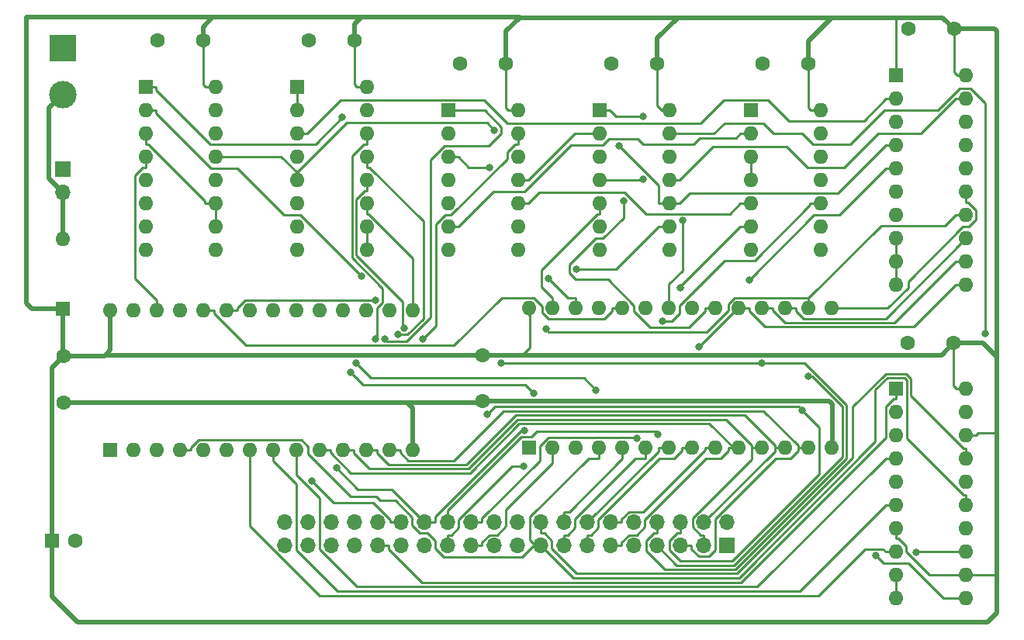
<source format=gbr>
%TF.GenerationSoftware,KiCad,Pcbnew,8.0.2*%
%TF.CreationDate,2024-08-03T14:36:33+02:00*%
%TF.ProjectId,p2000t-ram-expansion-board,70323030-3074-42d7-9261-6d2d65787061,4*%
%TF.SameCoordinates,Original*%
%TF.FileFunction,Copper,L2,Bot*%
%TF.FilePolarity,Positive*%
%FSLAX46Y46*%
G04 Gerber Fmt 4.6, Leading zero omitted, Abs format (unit mm)*
G04 Created by KiCad (PCBNEW 8.0.2) date 2024-08-03 14:36:33*
%MOMM*%
%LPD*%
G01*
G04 APERTURE LIST*
%TA.AperFunction,ComponentPad*%
%ADD10C,1.600000*%
%TD*%
%TA.AperFunction,ComponentPad*%
%ADD11R,1.600000X1.600000*%
%TD*%
%TA.AperFunction,ComponentPad*%
%ADD12O,1.600000X1.600000*%
%TD*%
%TA.AperFunction,ComponentPad*%
%ADD13R,1.700000X1.700000*%
%TD*%
%TA.AperFunction,ComponentPad*%
%ADD14O,1.700000X1.700000*%
%TD*%
%TA.AperFunction,ComponentPad*%
%ADD15R,3.000000X3.000000*%
%TD*%
%TA.AperFunction,ComponentPad*%
%ADD16C,3.000000*%
%TD*%
%TA.AperFunction,ViaPad*%
%ADD17C,0.800000*%
%TD*%
%TA.AperFunction,Conductor*%
%ADD18C,0.250000*%
%TD*%
%TA.AperFunction,Conductor*%
%ADD19C,0.500000*%
%TD*%
G04 APERTURE END LIST*
D10*
%TO.P,C1,1*%
%TO.N,+5V*%
X91440000Y-27940000D03*
%TO.P,C1,2*%
%TO.N,GND*%
X86440000Y-27940000D03*
%TD*%
D11*
%TO.P,U5,1,G*%
%TO.N,~{IORQ}*%
X117485000Y-63373000D03*
D12*
%TO.P,U5,2,P0*%
%TO.N,A0*%
X117485000Y-65913000D03*
%TO.P,U5,3,R0*%
%TO.N,GND*%
X117485000Y-68453000D03*
%TO.P,U5,4,P1*%
%TO.N,A1*%
X117485000Y-70993000D03*
%TO.P,U5,5,R1*%
%TO.N,GND*%
X117485000Y-73533000D03*
%TO.P,U5,6,P2*%
%TO.N,A2*%
X117485000Y-76073000D03*
%TO.P,U5,7,R2*%
%TO.N,+5V*%
X117485000Y-78613000D03*
%TO.P,U5,8,P3*%
%TO.N,A3*%
X117485000Y-81153000D03*
%TO.P,U5,9,R3*%
%TO.N,GND*%
X117485000Y-83693000D03*
%TO.P,U5,10,GND*%
X117485000Y-86233000D03*
%TO.P,U5,11,P4*%
%TO.N,A4*%
X125105000Y-86233000D03*
%TO.P,U5,12,R4*%
%TO.N,+5V*%
X125105000Y-83693000D03*
%TO.P,U5,13,P5*%
%TO.N,A5*%
X125105000Y-81153000D03*
%TO.P,U5,14,R5*%
%TO.N,GND*%
X125105000Y-78613000D03*
%TO.P,U5,15,P6*%
%TO.N,A6*%
X125105000Y-76073000D03*
%TO.P,U5,16,R6*%
%TO.N,GND*%
X125105000Y-73533000D03*
%TO.P,U5,17,P7*%
%TO.N,A7*%
X125105000Y-70993000D03*
%TO.P,U5,18,R7*%
%TO.N,+5V*%
X125105000Y-68453000D03*
%TO.P,U5,19,P=R*%
%TO.N,~{P=Q}*%
X125105000Y-65913000D03*
%TO.P,U5,20,VCC*%
%TO.N,+5V*%
X125105000Y-63373000D03*
%TD*%
D10*
%TO.P,C9,1*%
%TO.N,+5V*%
X74930000Y-27940000D03*
%TO.P,C9,2*%
%TO.N,GND*%
X69930000Y-27940000D03*
%TD*%
D11*
%TO.P,D1,1,K*%
%TO.N,+5V*%
X26520000Y-54620000D03*
D12*
%TO.P,D1,2,A*%
%TO.N,VCC*%
X26520000Y-47000000D03*
%TD*%
D10*
%TO.P,C5,1*%
%TO.N,+5V*%
X58420000Y-25400000D03*
%TO.P,C5,2*%
%TO.N,GND*%
X53420000Y-25400000D03*
%TD*%
%TO.P,C10,1*%
%TO.N,+5V*%
X123825000Y-24130000D03*
%TO.P,C10,2*%
%TO.N,GND*%
X118825000Y-24130000D03*
%TD*%
%TO.P,C6,1*%
%TO.N,+5V*%
X72390000Y-59730000D03*
%TO.P,C6,2*%
%TO.N,GND*%
X72390000Y-64730000D03*
%TD*%
D11*
%TO.P,U9,1,S*%
%TO.N,EO*%
X35570000Y-30470000D03*
D12*
%TO.P,U9,2,I0a*%
%TO.N,A13*%
X35570000Y-33010000D03*
%TO.P,U9,3,I1a*%
%TO.N,S0*%
X35570000Y-35550000D03*
%TO.P,U9,4,Za*%
%TO.N,A13_1*%
X35570000Y-38090000D03*
%TO.P,U9,5,I0b*%
%TO.N,GND*%
X35570000Y-40630000D03*
%TO.P,U9,6,I1b*%
%TO.N,+5V*%
X35570000Y-43170000D03*
%TO.P,U9,7,Zb*%
%TO.N,A14_1*%
X35570000Y-45710000D03*
%TO.P,U9,8,GND*%
%TO.N,GND*%
X35570000Y-48250000D03*
%TO.P,U9,9,Zc*%
%TO.N,A13_2*%
X43190000Y-48250000D03*
%TO.P,U9,10,I1c*%
%TO.N,S0*%
X43190000Y-45710000D03*
%TO.P,U9,11,I0c*%
X43190000Y-43170000D03*
%TO.P,U9,12,Zd*%
%TO.N,A14_2*%
X43190000Y-40630000D03*
%TO.P,U9,13,I1d*%
%TO.N,S2*%
X43190000Y-38090000D03*
%TO.P,U9,14,I0d*%
X43190000Y-35550000D03*
%TO.P,U9,15,E*%
%TO.N,GND*%
X43190000Y-33010000D03*
%TO.P,U9,16,VCC*%
%TO.N,+5V*%
X43190000Y-30470000D03*
%TD*%
D11*
%TO.P,U1,1*%
%TO.N,~{RES}*%
X68590000Y-33020000D03*
D12*
%TO.P,U1,2*%
%TO.N,RES*%
X68590000Y-35560000D03*
%TO.P,U1,3*%
%TO.N,Net-(U1-Pad3)*%
X68590000Y-38100000D03*
%TO.P,U1,4*%
%TO.N,Net-(U1-Pad4)*%
X68590000Y-40640000D03*
%TO.P,U1,5*%
%TO.N,Net-(U1-Pad5)*%
X68590000Y-43180000D03*
%TO.P,U1,6*%
%TO.N,EO*%
X68590000Y-45720000D03*
%TO.P,U1,7,GND*%
%TO.N,GND*%
X68590000Y-48260000D03*
%TO.P,U1,8*%
%TO.N,unconnected-(U1-Pad8)*%
X76210000Y-48260000D03*
%TO.P,U1,9*%
%TO.N,GND*%
X76210000Y-45720000D03*
%TO.P,U1,10*%
%TO.N,Net-(U1-Pad10)*%
X76210000Y-43180000D03*
%TO.P,U1,11*%
%TO.N,~{REN}*%
X76210000Y-40640000D03*
%TO.P,U1,12*%
%TO.N,Net-(U1-Pad12)*%
X76210000Y-38100000D03*
%TO.P,U1,13*%
%TO.N,~{MRQ}*%
X76210000Y-35560000D03*
%TO.P,U1,14,VCC*%
%TO.N,+5V*%
X76210000Y-33020000D03*
%TD*%
D10*
%TO.P,C7,1*%
%TO.N,+5V*%
X26670000Y-59868000D03*
%TO.P,C7,2*%
%TO.N,GND*%
X26670000Y-64868000D03*
%TD*%
D11*
%TO.P,U8,1,A->B*%
%TO.N,+5V*%
X117485000Y-29215000D03*
D12*
%TO.P,U8,2,A0*%
%TO.N,S0*%
X117485000Y-31755000D03*
%TO.P,U8,3,A1*%
%TO.N,S1*%
X117485000Y-34295000D03*
%TO.P,U8,4,A2*%
%TO.N,S2*%
X117485000Y-36835000D03*
%TO.P,U8,5,A3*%
%TO.N,S3*%
X117485000Y-39375000D03*
%TO.P,U8,6,A4*%
%TO.N,GND*%
X117485000Y-41915000D03*
%TO.P,U8,7,A5*%
X117485000Y-44455000D03*
%TO.P,U8,8,A6*%
X117485000Y-46995000D03*
%TO.P,U8,9,A7*%
X117485000Y-49535000D03*
%TO.P,U8,10,GND*%
X117485000Y-52075000D03*
%TO.P,U8,11,B7*%
%TO.N,D7*%
X125105000Y-52075000D03*
%TO.P,U8,12,B6*%
%TO.N,D6*%
X125105000Y-49535000D03*
%TO.P,U8,13,B5*%
%TO.N,D5*%
X125105000Y-46995000D03*
%TO.P,U8,14,B4*%
%TO.N,D4*%
X125105000Y-44455000D03*
%TO.P,U8,15,B3*%
%TO.N,D3*%
X125105000Y-41915000D03*
%TO.P,U8,16,B2*%
%TO.N,D2*%
X125105000Y-39375000D03*
%TO.P,U8,17,B1*%
%TO.N,D1*%
X125105000Y-36835000D03*
%TO.P,U8,18,B0*%
%TO.N,D0*%
X125105000Y-34295000D03*
%TO.P,U8,19,CE*%
%TO.N,Net-(U6-Pad11)*%
X125105000Y-31755000D03*
%TO.P,U8,20,VCC*%
%TO.N,+5V*%
X125105000Y-29215000D03*
%TD*%
D11*
%TO.P,C3,1*%
%TO.N,+5V*%
X25400000Y-80010000D03*
D10*
%TO.P,C3,2*%
%TO.N,GND*%
X27900000Y-80010000D03*
%TD*%
%TO.P,C4,1*%
%TO.N,+5V*%
X107910000Y-27940000D03*
%TO.P,C4,2*%
%TO.N,GND*%
X102910000Y-27940000D03*
%TD*%
%TO.P,C2,1*%
%TO.N,+5V*%
X41870000Y-25400000D03*
%TO.P,C2,2*%
%TO.N,GND*%
X36870000Y-25400000D03*
%TD*%
D11*
%TO.P,U4,1,A14*%
%TO.N,A14_2*%
X77470000Y-69850000D03*
D12*
%TO.P,U4,2,A12*%
%TO.N,A12*%
X80010000Y-69850000D03*
%TO.P,U4,3,A7*%
%TO.N,A7*%
X82550000Y-69850000D03*
%TO.P,U4,4,A6*%
%TO.N,A6*%
X85090000Y-69850000D03*
%TO.P,U4,5,A5*%
%TO.N,A5*%
X87630000Y-69850000D03*
%TO.P,U4,6,A4*%
%TO.N,A4*%
X90170000Y-69850000D03*
%TO.P,U4,7,A3*%
%TO.N,A3*%
X92710000Y-69850000D03*
%TO.P,U4,8,A2*%
%TO.N,A2*%
X95250000Y-69850000D03*
%TO.P,U4,9,A1*%
%TO.N,A1*%
X97790000Y-69850000D03*
%TO.P,U4,10,A0*%
%TO.N,A0*%
X100330000Y-69850000D03*
%TO.P,U4,11,Q0*%
%TO.N,D0*%
X102870000Y-69850000D03*
%TO.P,U4,12,Q1*%
%TO.N,D1*%
X105410000Y-69850000D03*
%TO.P,U4,13,Q2*%
%TO.N,D2*%
X107950000Y-69850000D03*
%TO.P,U4,14,GND*%
%TO.N,GND*%
X110490000Y-69850000D03*
%TO.P,U4,15,Q3*%
%TO.N,D3*%
X110490000Y-54610000D03*
%TO.P,U4,16,Q4*%
%TO.N,D4*%
X107950000Y-54610000D03*
%TO.P,U4,17,Q5*%
%TO.N,D5*%
X105410000Y-54610000D03*
%TO.P,U4,18,Q6*%
%TO.N,D6*%
X102870000Y-54610000D03*
%TO.P,U4,19,Q7*%
%TO.N,D7*%
X100330000Y-54610000D03*
%TO.P,U4,20,~{CS}*%
%TO.N,~{CS2}*%
X97790000Y-54610000D03*
%TO.P,U4,21,A10*%
%TO.N,A10*%
X95250000Y-54610000D03*
%TO.P,U4,22,~{OE}*%
%TO.N,~{RD}*%
X92710000Y-54610000D03*
%TO.P,U4,23,A11*%
%TO.N,A11*%
X90170000Y-54610000D03*
%TO.P,U4,24,A9*%
%TO.N,A9*%
X87630000Y-54610000D03*
%TO.P,U4,25,A8*%
%TO.N,A8*%
X85090000Y-54610000D03*
%TO.P,U4,26,A13*%
%TO.N,A13_2*%
X82550000Y-54610000D03*
%TO.P,U4,27,~{WE}*%
%TO.N,~{WR}*%
X80010000Y-54610000D03*
%TO.P,U4,28,VCC*%
%TO.N,+5V*%
X77470000Y-54610000D03*
%TD*%
D13*
%TO.P,J2,1,Pin_1*%
%TO.N,GND*%
X26520000Y-39380000D03*
D14*
%TO.P,J2,2,Pin_2*%
%TO.N,VCC*%
X26520000Y-41920000D03*
%TD*%
D11*
%TO.P,U6,1*%
%TO.N,Net-(U3-Pad3)*%
X85100000Y-33015000D03*
D12*
%TO.P,U6,2*%
%TO.N,~{REN}*%
X85100000Y-35555000D03*
%TO.P,U6,3*%
%TO.N,~{CS2}*%
X85100000Y-38095000D03*
%TO.P,U6,4*%
%TO.N,~{P=Q}*%
X85100000Y-40635000D03*
%TO.P,U6,5*%
%TO.N,~{WR}*%
X85100000Y-43175000D03*
%TO.P,U6,6*%
%TO.N,Net-(U1-Pad3)*%
X85100000Y-45715000D03*
%TO.P,U6,7,GND*%
%TO.N,GND*%
X85100000Y-48255000D03*
%TO.P,U6,8*%
%TO.N,Net-(U3-Pad1)*%
X92720000Y-48255000D03*
%TO.P,U6,9*%
%TO.N,S1*%
X92720000Y-45715000D03*
%TO.P,U6,10*%
%TO.N,S2*%
X92720000Y-43175000D03*
%TO.P,U6,11*%
%TO.N,Net-(U6-Pad11)*%
X92720000Y-40635000D03*
%TO.P,U6,12*%
%TO.N,~{RD}*%
X92720000Y-38095000D03*
%TO.P,U6,13*%
%TO.N,~{P=Q}*%
X92720000Y-35555000D03*
%TO.P,U6,14,VCC*%
%TO.N,+5V*%
X92720000Y-33015000D03*
%TD*%
D11*
%TO.P,U7,1,Oe1*%
%TO.N,GND*%
X52080000Y-30470000D03*
D12*
%TO.P,U7,2,Oe2*%
X52080000Y-33010000D03*
%TO.P,U7,3,Q0*%
%TO.N,S0*%
X52080000Y-35550000D03*
%TO.P,U7,4,Q1*%
%TO.N,S1*%
X52080000Y-38090000D03*
%TO.P,U7,5,Q2*%
%TO.N,S2*%
X52080000Y-40630000D03*
%TO.P,U7,6,Q3*%
%TO.N,S3*%
X52080000Y-43170000D03*
%TO.P,U7,7,Cp*%
%TO.N,Net-(U1-Pad4)*%
X52080000Y-45710000D03*
%TO.P,U7,8,GND*%
%TO.N,GND*%
X52080000Y-48250000D03*
%TO.P,U7,9,E1*%
X59700000Y-48250000D03*
%TO.P,U7,10,E2*%
X59700000Y-45710000D03*
%TO.P,U7,11,D3*%
%TO.N,D3*%
X59700000Y-43170000D03*
%TO.P,U7,12,D2*%
%TO.N,D2*%
X59700000Y-40630000D03*
%TO.P,U7,13,D1*%
%TO.N,D1*%
X59700000Y-38090000D03*
%TO.P,U7,14,D0*%
%TO.N,D0*%
X59700000Y-35550000D03*
%TO.P,U7,15,Mr*%
%TO.N,RES*%
X59700000Y-33010000D03*
%TO.P,U7,16,VCC*%
%TO.N,+5V*%
X59700000Y-30470000D03*
%TD*%
D10*
%TO.P,C8,1*%
%TO.N,+5V*%
X123785000Y-58420000D03*
%TO.P,C8,2*%
%TO.N,GND*%
X118785000Y-58420000D03*
%TD*%
D11*
%TO.P,U2,1,A14*%
%TO.N,A14_1*%
X31750000Y-70104000D03*
D12*
%TO.P,U2,2,A12*%
%TO.N,A12*%
X34290000Y-70104000D03*
%TO.P,U2,3,A7*%
%TO.N,A7*%
X36830000Y-70104000D03*
%TO.P,U2,4,A6*%
%TO.N,A6*%
X39370000Y-70104000D03*
%TO.P,U2,5,A5*%
%TO.N,A5*%
X41910000Y-70104000D03*
%TO.P,U2,6,A4*%
%TO.N,A4*%
X44450000Y-70104000D03*
%TO.P,U2,7,A3*%
%TO.N,A3*%
X46990000Y-70104000D03*
%TO.P,U2,8,A2*%
%TO.N,A2*%
X49530000Y-70104000D03*
%TO.P,U2,9,A1*%
%TO.N,A1*%
X52070000Y-70104000D03*
%TO.P,U2,10,A0*%
%TO.N,A0*%
X54610000Y-70104000D03*
%TO.P,U2,11,Q0*%
%TO.N,D0*%
X57150000Y-70104000D03*
%TO.P,U2,12,Q1*%
%TO.N,D1*%
X59690000Y-70104000D03*
%TO.P,U2,13,Q2*%
%TO.N,D2*%
X62230000Y-70104000D03*
%TO.P,U2,14,GND*%
%TO.N,GND*%
X64770000Y-70104000D03*
%TO.P,U2,15,Q3*%
%TO.N,D3*%
X64770000Y-54864000D03*
%TO.P,U2,16,Q4*%
%TO.N,D4*%
X62230000Y-54864000D03*
%TO.P,U2,17,Q5*%
%TO.N,D5*%
X59690000Y-54864000D03*
%TO.P,U2,18,Q6*%
%TO.N,D6*%
X57150000Y-54864000D03*
%TO.P,U2,19,Q7*%
%TO.N,D7*%
X54610000Y-54864000D03*
%TO.P,U2,20,~{CS}*%
%TO.N,~{CS1}*%
X52070000Y-54864000D03*
%TO.P,U2,21,A10*%
%TO.N,A10*%
X49530000Y-54864000D03*
%TO.P,U2,22,~{OE}*%
%TO.N,~{RD}*%
X46990000Y-54864000D03*
%TO.P,U2,23,A11*%
%TO.N,A11*%
X44450000Y-54864000D03*
%TO.P,U2,24,A9*%
%TO.N,A9*%
X41910000Y-54864000D03*
%TO.P,U2,25,A8*%
%TO.N,A8*%
X39370000Y-54864000D03*
%TO.P,U2,26,A13*%
%TO.N,A13_1*%
X36830000Y-54864000D03*
%TO.P,U2,27,~{WE}*%
%TO.N,~{WR}*%
X34290000Y-54864000D03*
%TO.P,U2,28,VCC*%
%TO.N,+5V*%
X31750000Y-54864000D03*
%TD*%
D15*
%TO.P,J3,1,Pin_1*%
%TO.N,GND*%
X26520000Y-26172000D03*
D16*
%TO.P,J3,2,Pin_2*%
%TO.N,VCC*%
X26520000Y-31252000D03*
%TD*%
D11*
%TO.P,U3,1*%
%TO.N,Net-(U3-Pad1)*%
X101610000Y-33015000D03*
D12*
%TO.P,U3,2*%
%TO.N,EO*%
X101610000Y-35555000D03*
%TO.P,U3,3*%
%TO.N,Net-(U3-Pad3)*%
X101610000Y-38095000D03*
%TO.P,U3,4*%
X101610000Y-40635000D03*
%TO.P,U3,5*%
%TO.N,Net-(U1-Pad10)*%
X101610000Y-43175000D03*
%TO.P,U3,6*%
%TO.N,~{CS1}*%
X101610000Y-45715000D03*
%TO.P,U3,7,GND*%
%TO.N,GND*%
X101610000Y-48255000D03*
%TO.P,U3,8*%
%TO.N,Net-(U1-Pad5)*%
X109230000Y-48255000D03*
%TO.P,U3,9*%
%TO.N,A13*%
X109230000Y-45715000D03*
%TO.P,U3,10*%
%TO.N,A14*%
X109230000Y-43175000D03*
%TO.P,U3,11*%
%TO.N,~{REN}*%
X109230000Y-40635000D03*
%TO.P,U3,12*%
%TO.N,Net-(U1-Pad12)*%
X109230000Y-38095000D03*
%TO.P,U3,13*%
%TO.N,RAMS2*%
X109230000Y-35555000D03*
%TO.P,U3,14,VCC*%
%TO.N,+5V*%
X109230000Y-33015000D03*
%TD*%
D13*
%TO.P,J1,1,Pin_1*%
%TO.N,GND*%
X99055000Y-80518000D03*
D14*
%TO.P,J1,2,Pin_2*%
%TO.N,unconnected-(J1-Pad2)*%
X99055000Y-77978000D03*
%TO.P,J1,3,Pin_3*%
%TO.N,D0*%
X96515000Y-80518000D03*
%TO.P,J1,4,Pin_4*%
%TO.N,D1*%
X96515000Y-77978000D03*
%TO.P,J1,5,Pin_5*%
%TO.N,D2*%
X93975000Y-80518000D03*
%TO.P,J1,6,Pin_6*%
%TO.N,D3*%
X93975000Y-77978000D03*
%TO.P,J1,7,Pin_7*%
%TO.N,D4*%
X91435000Y-80518000D03*
%TO.P,J1,8,Pin_8*%
%TO.N,D5*%
X91435000Y-77978000D03*
%TO.P,J1,9,Pin_9*%
%TO.N,D6*%
X88895000Y-80518000D03*
%TO.P,J1,10,Pin_10*%
%TO.N,D7*%
X88895000Y-77978000D03*
%TO.P,J1,11,Pin_11*%
%TO.N,A0*%
X86355000Y-80518000D03*
%TO.P,J1,12,Pin_12*%
%TO.N,A1*%
X86355000Y-77978000D03*
%TO.P,J1,13,Pin_13*%
%TO.N,A2*%
X83815000Y-80518000D03*
%TO.P,J1,14,Pin_14*%
%TO.N,A3*%
X83815000Y-77978000D03*
%TO.P,J1,15,Pin_15*%
%TO.N,A4*%
X81275000Y-80518000D03*
%TO.P,J1,16,Pin_16*%
%TO.N,A5*%
X81275000Y-77978000D03*
%TO.P,J1,17,Pin_17*%
%TO.N,A6*%
X78735000Y-80518000D03*
%TO.P,J1,18,Pin_18*%
%TO.N,A7*%
X78735000Y-77978000D03*
%TO.P,J1,19,Pin_19*%
%TO.N,A8*%
X76195000Y-80518000D03*
%TO.P,J1,20,Pin_20*%
%TO.N,A9*%
X76195000Y-77978000D03*
%TO.P,J1,21,Pin_21*%
%TO.N,A10*%
X73655000Y-80518000D03*
%TO.P,J1,22,Pin_22*%
%TO.N,A11*%
X73655000Y-77978000D03*
%TO.P,J1,23,Pin_23*%
%TO.N,A12*%
X71115000Y-80518000D03*
%TO.P,J1,24,Pin_24*%
%TO.N,A13*%
X71115000Y-77978000D03*
%TO.P,J1,25,Pin_25*%
%TO.N,A14*%
X68575000Y-80518000D03*
%TO.P,J1,26,Pin_26*%
%TO.N,RAMS2*%
X68575000Y-77978000D03*
%TO.P,J1,27,Pin_27*%
%TO.N,~{MRQ}*%
X66035000Y-80518000D03*
%TO.P,J1,28,Pin_28*%
%TO.N,~{RD}*%
X66035000Y-77978000D03*
%TO.P,J1,29,Pin_29*%
%TO.N,unconnected-(J1-Pad29)*%
X63495000Y-80518000D03*
%TO.P,J1,30,Pin_30*%
%TO.N,~{WR}*%
X63495000Y-77978000D03*
%TO.P,J1,31,Pin_31*%
%TO.N,~{IORQ}*%
X60955000Y-80518000D03*
%TO.P,J1,32,Pin_32*%
%TO.N,unconnected-(J1-Pad32)*%
X60955000Y-77978000D03*
%TO.P,J1,33,Pin_33*%
%TO.N,unconnected-(J1-Pad33)*%
X58415000Y-80518000D03*
%TO.P,J1,34,Pin_34*%
%TO.N,~{RES}*%
X58415000Y-77978000D03*
%TO.P,J1,35,Pin_35*%
%TO.N,unconnected-(J1-Pad35)*%
X55875000Y-80518000D03*
%TO.P,J1,36,Pin_36*%
%TO.N,unconnected-(J1-Pad36)*%
X55875000Y-77978000D03*
%TO.P,J1,37,Pin_37*%
%TO.N,unconnected-(J1-Pad37)*%
X53335000Y-80518000D03*
%TO.P,J1,38,Pin_38*%
%TO.N,unconnected-(J1-Pad38)*%
X53335000Y-77978000D03*
%TO.P,J1,39,Pin_39*%
%TO.N,unconnected-(J1-Pad39)*%
X50795000Y-80518000D03*
%TO.P,J1,40,Pin_40*%
%TO.N,unconnected-(J1-Pad40)*%
X50795000Y-77978000D03*
%TD*%
D17*
%TO.N,D0*%
X60699800Y-57926300D03*
%TO.N,D1*%
X63119600Y-57483600D03*
%TO.N,D2*%
X63845000Y-56755700D03*
%TO.N,D3*%
X72901800Y-66138100D03*
X107225300Y-65719800D03*
%TO.N,D4*%
X107950000Y-62037700D03*
X79282400Y-56887700D03*
%TO.N,D5*%
X74407800Y-60581100D03*
X102855300Y-60581100D03*
%TO.N,D7*%
X96005600Y-58837800D03*
%TO.N,A4*%
X115272900Y-81592300D03*
%TO.N,A5*%
X119687300Y-81244800D03*
%TO.N,A10*%
X58530700Y-60598500D03*
X84723000Y-63540400D03*
%TO.N,A11*%
X60674300Y-53697900D03*
%TO.N,A13*%
X89175900Y-68802200D03*
X59108700Y-51116200D03*
%TO.N,A14*%
X76879900Y-71862800D03*
X91966500Y-55988900D03*
%TO.N,RAMS2*%
X91509700Y-68368400D03*
%TO.N,~{MRQ}*%
X65850500Y-57946800D03*
%TO.N,~{RD}*%
X76892000Y-67937700D03*
X56420000Y-72031000D03*
X94179400Y-45032300D03*
%TO.N,~{WR}*%
X53752800Y-73436200D03*
%TO.N,~{RES}*%
X61700200Y-57946800D03*
%TO.N,A14_2*%
X77911100Y-63860500D03*
X57971000Y-61617100D03*
%TO.N,~{CS2}*%
X87745300Y-42926600D03*
%TO.N,A13_2*%
X79551500Y-51359100D03*
%TO.N,S1*%
X82569600Y-50363500D03*
%TO.N,S2*%
X73646700Y-35167200D03*
X87217300Y-36855600D03*
%TO.N,Net-(U3-Pad3)*%
X89891800Y-33690000D03*
%TO.N,~{P=Q}*%
X127193100Y-57404000D03*
X89879300Y-40562500D03*
%TO.N,~{CS1}*%
X93989900Y-52396100D03*
%TO.N,S3*%
X101468800Y-51495500D03*
%TO.N,Net-(U1-Pad3)*%
X73118100Y-39230900D03*
%TO.N,EO*%
X57041000Y-33763600D03*
%TD*%
D18*
%TO.N,D0*%
X58275300Y-70385300D02*
X60025000Y-72135000D01*
X101744700Y-69568700D02*
X101744700Y-69850000D01*
X61446100Y-52427500D02*
X61446100Y-54004100D01*
X57150000Y-70104000D02*
X58275300Y-70104000D01*
X102870000Y-69850000D02*
X101744700Y-69850000D01*
X58124400Y-37969500D02*
X58124400Y-49105800D01*
X101744700Y-71069200D02*
X101744700Y-69850000D01*
X59700000Y-36675300D02*
X59418600Y-36675300D01*
X96147700Y-79342700D02*
X95299900Y-78494900D01*
X60850800Y-57775300D02*
X60699800Y-57926300D01*
X59700000Y-35550000D02*
X59700000Y-36675300D01*
X76190400Y-66742300D02*
X98918300Y-66742300D01*
X95299900Y-78494900D02*
X95299900Y-77514000D01*
X61446100Y-54004100D02*
X60850800Y-54599400D01*
X59418600Y-36675300D02*
X58124400Y-37969500D01*
X60850800Y-54599400D02*
X60850800Y-57775300D01*
X98918300Y-66742300D02*
X101744700Y-69568700D01*
X70797700Y-72135000D02*
X76190400Y-66742300D01*
X58275300Y-70104000D02*
X58275300Y-70385300D01*
X60025000Y-72135000D02*
X70797700Y-72135000D01*
X96515000Y-79342700D02*
X96147700Y-79342700D01*
X95299900Y-77514000D02*
X101744700Y-71069200D01*
X58124400Y-49105800D02*
X61446100Y-52427500D01*
X96515000Y-80518000D02*
X96515000Y-79342700D01*
%TO.N,D1*%
X104284700Y-69568700D02*
X104284700Y-69850000D01*
X76036900Y-66258900D02*
X100974900Y-66258900D01*
X60815300Y-70385300D02*
X62114700Y-71684700D01*
X59690000Y-70104000D02*
X60815300Y-70104000D01*
X59700000Y-39215300D02*
X59981300Y-39215300D01*
X104284700Y-70208300D02*
X104284700Y-69850000D01*
X59981300Y-39215300D02*
X65895400Y-45129400D01*
X65895400Y-55744700D02*
X64156500Y-57483600D01*
X59700000Y-38090000D02*
X59700000Y-39215300D01*
X65895400Y-45129400D02*
X65895400Y-55744700D01*
X105410000Y-69850000D02*
X104284700Y-69850000D01*
X62114700Y-71684700D02*
X70611100Y-71684700D01*
X64156500Y-57483600D02*
X63119600Y-57483600D01*
X96515000Y-77978000D02*
X104284700Y-70208300D01*
X70611100Y-71684700D02*
X76036900Y-66258900D01*
X100974900Y-66258900D02*
X104284700Y-69568700D01*
X60815300Y-70104000D02*
X60815300Y-70385300D01*
%TO.N,D2*%
X64246700Y-71234400D02*
X69246900Y-71234400D01*
X63644600Y-53887800D02*
X58574700Y-48817900D01*
X74672800Y-65808500D02*
X103028600Y-65808500D01*
X103028600Y-65808500D02*
X106824700Y-69604600D01*
X59507200Y-41755300D02*
X59700000Y-41755300D01*
X97785000Y-80963700D02*
X97785000Y-77569800D01*
X63355300Y-70104000D02*
X63355300Y-70343000D01*
X97785000Y-77569800D02*
X104379500Y-70975300D01*
X95150300Y-80518000D02*
X95150300Y-80885400D01*
X62230000Y-70104000D02*
X63355300Y-70104000D01*
X58574700Y-48817900D02*
X58574700Y-42687800D01*
X97055400Y-81693300D02*
X97785000Y-80963700D01*
X104379500Y-70975300D02*
X105980800Y-70975300D01*
X93975000Y-80518000D02*
X95150300Y-80518000D01*
X107950000Y-69850000D02*
X106824700Y-69850000D01*
X95150300Y-80885400D02*
X95958200Y-81693300D01*
X63644600Y-56555300D02*
X63644600Y-53887800D01*
X69246900Y-71234400D02*
X74672800Y-65808500D01*
X105980800Y-70975300D02*
X106824700Y-70131400D01*
X106824700Y-69604600D02*
X106824700Y-69850000D01*
X106824700Y-70131400D02*
X106824700Y-69850000D01*
X63355300Y-70343000D02*
X64246700Y-71234400D01*
X95958200Y-81693300D02*
X97055400Y-81693300D01*
X58574700Y-42687800D02*
X59507200Y-41755300D01*
X59700000Y-40630000D02*
X59700000Y-41755300D01*
X63845000Y-56755700D02*
X63644600Y-56555300D01*
%TO.N,D3*%
X73682400Y-65357500D02*
X72901800Y-66138100D01*
X59904500Y-44295300D02*
X64770000Y-49160800D01*
X59700000Y-43170000D02*
X59700000Y-44295300D01*
X125427800Y-45725000D02*
X124774700Y-45725000D01*
X92761800Y-79999200D02*
X93607700Y-79153300D01*
X92761800Y-80968700D02*
X92761800Y-79999200D01*
X125105000Y-43040300D02*
X125386400Y-43040300D01*
X93975000Y-77978000D02*
X93975000Y-79153300D01*
X126230300Y-43884200D02*
X126230300Y-44922500D01*
X109095300Y-72682300D02*
X99633900Y-82143700D01*
X93607700Y-79153300D02*
X93975000Y-79153300D01*
X125386400Y-43040300D02*
X126230300Y-43884200D01*
X118810400Y-51689300D02*
X118810400Y-52366000D01*
X118810400Y-52366000D02*
X116566400Y-54610000D01*
X107225300Y-65719800D02*
X109095300Y-67589800D01*
X109095300Y-67589800D02*
X109095300Y-72682300D01*
X99633900Y-82143700D02*
X93936800Y-82143700D01*
X59700000Y-44295300D02*
X59904500Y-44295300D01*
X110490000Y-54610000D02*
X111615300Y-54610000D01*
X124774700Y-45725000D02*
X118810400Y-51689300D01*
X116566400Y-54610000D02*
X111615300Y-54610000D01*
X125105000Y-41915000D02*
X125105000Y-43040300D01*
X106863000Y-65357500D02*
X73682400Y-65357500D01*
X64770000Y-49160800D02*
X64770000Y-54864000D01*
X107225300Y-65719800D02*
X106863000Y-65357500D01*
X126230300Y-44922500D02*
X125427800Y-45725000D01*
X93936800Y-82143700D02*
X92761800Y-80968700D01*
%TO.N,D4*%
X99204600Y-54121600D02*
X99204600Y-54795600D01*
X79574300Y-57179600D02*
X79282400Y-56887700D01*
X107950000Y-54610000D02*
X107950000Y-53484700D01*
X99204600Y-54795600D02*
X96820600Y-57179600D01*
X108342600Y-62037700D02*
X111636000Y-65331100D01*
X107950000Y-62037700D02*
X108342600Y-62037700D01*
X107950000Y-53484700D02*
X99841500Y-53484700D01*
X99779700Y-82647800D02*
X93564800Y-82647800D01*
X122854400Y-45580300D02*
X115854400Y-45580300D01*
X111636000Y-65331100D02*
X111636000Y-70791500D01*
X123979700Y-44455000D02*
X122854400Y-45580300D01*
X99841500Y-53484700D02*
X99204600Y-54121600D01*
X125105000Y-44455000D02*
X123979700Y-44455000D01*
X115854400Y-45580300D02*
X107950000Y-53484700D01*
X96820600Y-57179600D02*
X79574300Y-57179600D01*
X93564800Y-82647800D02*
X91435000Y-80518000D01*
X111636000Y-70791500D02*
X99779700Y-82647800D01*
%TO.N,D5*%
X91435000Y-77978000D02*
X91435000Y-79153300D01*
X107522900Y-60581100D02*
X112086300Y-65144500D01*
X107387800Y-55743800D02*
X106535300Y-54891300D01*
X102855300Y-60581100D02*
X107522900Y-60581100D01*
X91067700Y-79153300D02*
X91435000Y-79153300D01*
X112086300Y-65144500D02*
X112086300Y-70978100D01*
X112086300Y-70978100D02*
X99966300Y-83098100D01*
X90254900Y-81075800D02*
X90254900Y-79966100D01*
X116356200Y-55743800D02*
X107387800Y-55743800D01*
X105410000Y-54610000D02*
X106535300Y-54610000D01*
X102855300Y-60581100D02*
X74407800Y-60581100D01*
X90254900Y-79966100D02*
X91067700Y-79153300D01*
X125105000Y-46995000D02*
X116356200Y-55743800D01*
X99966300Y-83098100D02*
X92277200Y-83098100D01*
X92277200Y-83098100D02*
X90254900Y-81075800D01*
X106535300Y-54891300D02*
X106535300Y-54610000D01*
%TO.N,D6*%
X125105000Y-49535000D02*
X123979700Y-49535000D01*
X123979700Y-49535000D02*
X117320400Y-56194300D01*
X103995300Y-54839600D02*
X103995300Y-54610000D01*
X102870000Y-54610000D02*
X103995300Y-54610000D01*
X117320400Y-56194300D02*
X105350000Y-56194300D01*
X105350000Y-56194300D02*
X103995300Y-54839600D01*
%TO.N,D7*%
X100330000Y-54610000D02*
X100233400Y-54610000D01*
X101455300Y-54610000D02*
X101455300Y-54891300D01*
X101455300Y-54891300D02*
X103214500Y-56650500D01*
X119404200Y-56650500D02*
X123979700Y-52075000D01*
X125105000Y-52075000D02*
X123979700Y-52075000D01*
X100233400Y-54610000D02*
X96005600Y-58837800D01*
X103214500Y-56650500D02*
X119404200Y-56650500D01*
X100330000Y-54610000D02*
X101455300Y-54610000D01*
%TO.N,A0*%
X54610000Y-70104000D02*
X55735300Y-70104000D01*
X98360800Y-70975300D02*
X96773600Y-70975300D01*
X99204700Y-69850000D02*
X99204700Y-70131400D01*
X55735300Y-70320600D02*
X55735400Y-70320600D01*
X70984300Y-72585300D02*
X76376900Y-67192700D01*
X90070400Y-77678500D02*
X90070400Y-78467400D01*
X55735300Y-70104000D02*
X55735300Y-70320600D01*
X99767400Y-69850000D02*
X99204700Y-69850000D01*
X100330000Y-69850000D02*
X99767400Y-69850000D01*
X88338200Y-79342700D02*
X87530300Y-80150600D01*
X90070400Y-78467400D02*
X89195100Y-79342700D01*
X55735400Y-70320600D02*
X58000100Y-72585300D01*
X96773600Y-70975300D02*
X90070400Y-77678500D01*
X58000100Y-72585300D02*
X70984300Y-72585300D01*
X76376900Y-67192700D02*
X97110100Y-67192700D01*
X97110100Y-67192700D02*
X99767400Y-69850000D01*
X86355000Y-80518000D02*
X87530300Y-80518000D01*
X89195100Y-79342700D02*
X88338200Y-79342700D01*
X99204700Y-70131400D02*
X98360800Y-70975300D01*
X87530300Y-80150600D02*
X87530300Y-80518000D01*
%TO.N,A1*%
X87530300Y-77978000D02*
X87530300Y-77610600D01*
X89904800Y-76802700D02*
X96664700Y-70042800D01*
X102358700Y-84994000D02*
X116359700Y-70993000D01*
X86355000Y-77978000D02*
X87530300Y-77978000D01*
X117485000Y-70993000D02*
X116359700Y-70993000D01*
X52070000Y-71229300D02*
X52070000Y-72779100D01*
X52070000Y-70104000D02*
X52070000Y-71229300D01*
X97790000Y-69850000D02*
X96664700Y-69850000D01*
X87530300Y-77610600D02*
X88338200Y-76802700D01*
X52070000Y-72779100D02*
X54605000Y-75314100D01*
X54605000Y-75314100D02*
X54605000Y-80918000D01*
X54605000Y-80918000D02*
X58681000Y-84994000D01*
X58681000Y-84994000D02*
X102358700Y-84994000D01*
X96664700Y-70042800D02*
X96664700Y-69850000D01*
X88338200Y-76802700D02*
X89904800Y-76802700D01*
%TO.N,A2*%
X56520300Y-85444300D02*
X106988400Y-85444300D01*
X49530000Y-70104000D02*
X49530000Y-71229300D01*
X83815000Y-80518000D02*
X83815000Y-79342700D01*
X117485000Y-76073000D02*
X116359700Y-76073000D01*
X84990300Y-77664500D02*
X91679500Y-70975300D01*
X84182400Y-79342700D02*
X84990300Y-78534800D01*
X95250000Y-69850000D02*
X94124700Y-69850000D01*
X84990300Y-78534800D02*
X84990300Y-77664500D01*
X83815000Y-79342700D02*
X84182400Y-79342700D01*
X106988400Y-85444300D02*
X116359700Y-76073000D01*
X49530000Y-71229300D02*
X52065000Y-73764300D01*
X94124700Y-70131400D02*
X94124700Y-69850000D01*
X91679500Y-70975300D02*
X93280800Y-70975300D01*
X52065000Y-73764300D02*
X52065000Y-80989000D01*
X93280800Y-70975300D02*
X94124700Y-70131400D01*
X52065000Y-80989000D02*
X56520300Y-85444300D01*
%TO.N,A3*%
X91584700Y-70208300D02*
X91584700Y-69850000D01*
X92710000Y-69850000D02*
X91584700Y-69850000D01*
X116073700Y-80867000D02*
X116359700Y-81153000D01*
X46990000Y-71229300D02*
X46990000Y-78375300D01*
X46990000Y-70104000D02*
X46990000Y-71229300D01*
X83815000Y-77978000D02*
X91584700Y-70208300D01*
X114129300Y-80867000D02*
X116073700Y-80867000D01*
X54564400Y-85949700D02*
X109046600Y-85949700D01*
X117485000Y-81153000D02*
X116359700Y-81153000D01*
X46990000Y-78375300D02*
X54564400Y-85949700D01*
X109046600Y-85949700D02*
X114129300Y-80867000D01*
%TO.N,A4*%
X116103600Y-82423000D02*
X118840800Y-82423000D01*
X81275000Y-80518000D02*
X81275000Y-79342700D01*
X82450300Y-78534800D02*
X82450300Y-77569700D01*
X115272900Y-81592300D02*
X116103600Y-82423000D01*
X90170000Y-69850000D02*
X90170000Y-70975300D01*
X118840800Y-82423000D02*
X122650800Y-86233000D01*
X122650800Y-86233000D02*
X125105000Y-86233000D01*
X82450300Y-77569700D02*
X89044700Y-70975300D01*
X89044700Y-70975300D02*
X90170000Y-70975300D01*
X81275000Y-79342700D02*
X81642400Y-79342700D01*
X81642400Y-79342700D02*
X82450300Y-78534800D01*
%TO.N,A5*%
X87630000Y-69850000D02*
X87630000Y-70975300D01*
X81275000Y-77978000D02*
X81275000Y-76802700D01*
X81802600Y-76802700D02*
X87630000Y-70975300D01*
X119779100Y-81153000D02*
X119687300Y-81244800D01*
X123979700Y-81153000D02*
X119779100Y-81153000D01*
X125105000Y-81153000D02*
X123979700Y-81153000D01*
X81275000Y-76802700D02*
X81802600Y-76802700D01*
%TO.N,A6*%
X118643900Y-68767900D02*
X124823700Y-74947700D01*
X77552100Y-77387900D02*
X83964700Y-70975300D01*
X125105000Y-76073000D02*
X125105000Y-74947700D01*
X60736600Y-75134300D02*
X58000700Y-75134300D01*
X67210400Y-80815900D02*
X67210400Y-79992400D01*
X124823700Y-74947700D02*
X125105000Y-74947700D01*
X64681100Y-78325100D02*
X64681100Y-77430300D01*
X67210400Y-79992400D02*
X66371400Y-79153400D01*
X78147400Y-80518000D02*
X78735000Y-80518000D01*
X115235500Y-69151200D02*
X115235500Y-63505900D01*
X41339200Y-68978700D02*
X40495300Y-69822600D01*
X82254100Y-84037100D02*
X100349600Y-84037100D01*
X65509400Y-79153400D02*
X64681100Y-78325100D01*
X78012700Y-80383200D02*
X76676600Y-81719300D01*
X40495300Y-69822600D02*
X40495300Y-70104000D01*
X66371400Y-79153400D02*
X65509400Y-79153400D01*
X116537900Y-62203500D02*
X118409100Y-62203500D01*
X76676600Y-81719300D02*
X68113800Y-81719300D01*
X78735000Y-80518000D02*
X82254100Y-84037100D01*
X78012700Y-80383200D02*
X77552100Y-79922700D01*
X58000700Y-75134300D02*
X53340000Y-70473600D01*
X64681100Y-77430300D02*
X62835300Y-75584500D01*
X61186800Y-75584500D02*
X60736600Y-75134300D01*
X115235500Y-63505900D02*
X116537900Y-62203500D01*
X78012700Y-80383200D02*
X78147400Y-80518000D01*
X39370000Y-70104000D02*
X40495300Y-70104000D01*
X100349600Y-84037100D02*
X115235500Y-69151200D01*
X118409100Y-62203500D02*
X118643900Y-62438300D01*
X118643900Y-62438300D02*
X118643900Y-68767900D01*
X68113800Y-81719300D02*
X67210400Y-80815900D01*
X77552100Y-79922700D02*
X77552100Y-77387900D01*
X52592700Y-68978700D02*
X41339200Y-68978700D01*
X62835300Y-75584500D02*
X61186800Y-75584500D01*
X83964700Y-70975300D02*
X85090000Y-70975300D01*
X53340000Y-70473600D02*
X53340000Y-69726000D01*
X85090000Y-69850000D02*
X85090000Y-70975300D01*
X53340000Y-69726000D02*
X52592700Y-68978700D01*
%TO.N,A7*%
X78735000Y-77978000D02*
X78735000Y-79153300D01*
X112761800Y-65342700D02*
X112761800Y-70939500D01*
X100150700Y-83550600D02*
X82636200Y-83550600D01*
X79910300Y-79961200D02*
X79102400Y-79153300D01*
X82636200Y-83550600D02*
X79910300Y-80824700D01*
X125105000Y-70993000D02*
X125105000Y-69867700D01*
X79102400Y-79153300D02*
X78735000Y-79153300D01*
X118595700Y-61753200D02*
X116351300Y-61753200D01*
X116351300Y-61753200D02*
X112761800Y-65342700D01*
X112761800Y-70939500D02*
X100150700Y-83550600D01*
X124823600Y-69867700D02*
X119094200Y-64138300D01*
X125105000Y-69867700D02*
X124823600Y-69867700D01*
X119094200Y-64138300D02*
X119094200Y-62251700D01*
X79910300Y-80824700D02*
X79910300Y-79961200D01*
X119094200Y-62251700D02*
X118595700Y-61753200D01*
%TO.N,A9*%
X85642800Y-55753200D02*
X79533400Y-55753200D01*
X77926300Y-53464500D02*
X74436800Y-53464500D01*
X41910000Y-54864000D02*
X43035300Y-54864000D01*
X79533400Y-55753200D02*
X78884600Y-55104400D01*
X46569900Y-58679900D02*
X43035300Y-55145300D01*
X78884600Y-55104400D02*
X78884600Y-54422800D01*
X87630000Y-54610000D02*
X86504700Y-54610000D01*
X86504700Y-54610000D02*
X86504700Y-54891300D01*
X78884600Y-54422800D02*
X77926300Y-53464500D01*
X74436800Y-53464500D02*
X69221400Y-58679900D01*
X43035300Y-55145300D02*
X43035300Y-54864000D01*
X86504700Y-54891300D02*
X85642800Y-55753200D01*
X69221400Y-58679900D02*
X46569900Y-58679900D01*
%TO.N,A10*%
X84723000Y-63540400D02*
X83414400Y-62231800D01*
X83414400Y-62231800D02*
X60164000Y-62231800D01*
X60164000Y-62231800D02*
X58530700Y-60598500D01*
%TO.N,A11*%
X45575300Y-54582700D02*
X46460100Y-53697900D01*
X44450000Y-54864000D02*
X45575300Y-54864000D01*
X45575300Y-54864000D02*
X45575300Y-54582700D01*
X46460100Y-53697900D02*
X60674300Y-53697900D01*
%TO.N,A12*%
X72290300Y-80150600D02*
X73098200Y-79342700D01*
X80010000Y-71513000D02*
X80010000Y-69850000D01*
X72290300Y-80518000D02*
X72290300Y-80150600D01*
X74925000Y-78372800D02*
X74925000Y-76598000D01*
X71115000Y-80518000D02*
X72290300Y-80518000D01*
X73098200Y-79342700D02*
X73955100Y-79342700D01*
X74925000Y-76598000D02*
X80010000Y-71513000D01*
X73955100Y-79342700D02*
X74925000Y-78372800D01*
%TO.N,A13*%
X72290300Y-77531000D02*
X78595400Y-71225900D01*
X45563000Y-39360000D02*
X50643000Y-44440000D01*
X89098300Y-68724600D02*
X89175900Y-68802200D01*
X79533300Y-68724600D02*
X89098300Y-68724600D01*
X52432500Y-44440000D02*
X59108700Y-51116200D01*
X78595400Y-71225900D02*
X78595400Y-69662500D01*
X50643000Y-44440000D02*
X52432500Y-44440000D01*
X36695300Y-33010000D02*
X36695300Y-33291300D01*
X42764000Y-39360000D02*
X45563000Y-39360000D01*
X35570000Y-33010000D02*
X36695300Y-33010000D01*
X71115000Y-77978000D02*
X72290300Y-77978000D01*
X72290300Y-77978000D02*
X72290300Y-77531000D01*
X78595400Y-69662500D02*
X79533300Y-68724600D01*
X36695300Y-33291300D02*
X42764000Y-39360000D01*
%TO.N,A14*%
X93835400Y-55151100D02*
X92997600Y-55988900D01*
X75552100Y-71862800D02*
X76879900Y-71862800D01*
X69750300Y-78534800D02*
X69750300Y-77664600D01*
X109230000Y-43175000D02*
X108104700Y-43175000D01*
X92997600Y-55988900D02*
X91966500Y-55988900D01*
X93835400Y-54351400D02*
X93835400Y-55151100D01*
X68942400Y-79342700D02*
X69750300Y-78534800D01*
X108104700Y-43175000D02*
X108104700Y-43358100D01*
X68575000Y-79342700D02*
X68942400Y-79342700D01*
X108104700Y-43358100D02*
X102080900Y-49381900D01*
X98804900Y-49381900D02*
X93835400Y-54351400D01*
X102080900Y-49381900D02*
X98804900Y-49381900D01*
X68575000Y-80518000D02*
X68575000Y-79342700D01*
X69750300Y-77664600D02*
X75552100Y-71862800D01*
%TO.N,RAMS2*%
X91218200Y-68076900D02*
X78279300Y-68076900D01*
X91509700Y-68368400D02*
X91218200Y-68076900D01*
X76585100Y-68663000D02*
X68575000Y-76673100D01*
X78279300Y-68076900D02*
X77693200Y-68663000D01*
X77693200Y-68663000D02*
X76585100Y-68663000D01*
X68575000Y-76673100D02*
X68575000Y-77978000D01*
%TO.N,~{MRQ}*%
X76210000Y-35560000D02*
X76210000Y-36685300D01*
X76210000Y-36685300D02*
X75928600Y-36685300D01*
X67272000Y-56525300D02*
X65850500Y-57946800D01*
X75928600Y-36685300D02*
X75084700Y-37529200D01*
X67272000Y-45436400D02*
X67272000Y-56525300D01*
X68258400Y-44450000D02*
X67272000Y-45436400D01*
X75084700Y-37529200D02*
X75084700Y-38291500D01*
X75084700Y-38291500D02*
X68926200Y-44450000D01*
X68926200Y-44450000D02*
X68258400Y-44450000D01*
%TO.N,~{RD}*%
X92710000Y-54610000D02*
X92710000Y-53484700D01*
X94179400Y-45032300D02*
X94179400Y-50495300D01*
X67210300Y-77978000D02*
X67210300Y-77350700D01*
X62433800Y-74376800D02*
X58765800Y-74376800D01*
X66035000Y-77978000D02*
X67210300Y-77978000D01*
X92710000Y-51964700D02*
X92710000Y-53484700D01*
X76623300Y-67937700D02*
X76892000Y-67937700D01*
X58765800Y-74376800D02*
X56420000Y-72031000D01*
X67210300Y-77350700D02*
X76623300Y-67937700D01*
X94179400Y-50495300D02*
X92710000Y-51964700D01*
X66035000Y-77978000D02*
X62433800Y-74376800D01*
%TO.N,~{WR}*%
X62319700Y-77679000D02*
X60450300Y-75809600D01*
X60450300Y-75809600D02*
X56126200Y-75809600D01*
X85100000Y-43175000D02*
X85100000Y-44300300D01*
X80010000Y-54610000D02*
X80010000Y-53484700D01*
X78805700Y-52280400D02*
X80010000Y-53484700D01*
X78805700Y-50414700D02*
X78805700Y-52280400D01*
X56126200Y-75809600D02*
X53752800Y-73436200D01*
X84920100Y-44300300D02*
X78805700Y-50414700D01*
X62319700Y-77978000D02*
X62319700Y-77679000D01*
X85100000Y-44300300D02*
X84920100Y-44300300D01*
X63495000Y-77978000D02*
X62319700Y-77978000D01*
%TO.N,~{IORQ}*%
X62130300Y-80885300D02*
X65760500Y-84515500D01*
X117485000Y-63373000D02*
X117485000Y-64498300D01*
X60955000Y-80518000D02*
X62130300Y-80518000D01*
X62130300Y-80518000D02*
X62130300Y-80885300D01*
X100566500Y-84515500D02*
X116359700Y-68722300D01*
X65760500Y-84515500D02*
X100566500Y-84515500D01*
X116359700Y-68722300D02*
X116359700Y-65342200D01*
X116359700Y-65342200D02*
X117203600Y-64498300D01*
X117203600Y-64498300D02*
X117485000Y-64498300D01*
%TO.N,~{RES}*%
X68590000Y-33020000D02*
X72597300Y-33020000D01*
X64055100Y-58221900D02*
X61975300Y-58221900D01*
X74402800Y-34825500D02*
X74402800Y-35504500D01*
X61975300Y-58221900D02*
X61700200Y-57946800D01*
X66658400Y-55618600D02*
X64055100Y-58221900D01*
X74402800Y-35504500D02*
X73003400Y-36903900D01*
X73003400Y-36903900D02*
X68191600Y-36903900D01*
X72597300Y-33020000D02*
X74402800Y-34825500D01*
X66658400Y-38437100D02*
X66658400Y-55618600D01*
X68191600Y-36903900D02*
X66658400Y-38437100D01*
%TO.N,A13_1*%
X36830000Y-53738700D02*
X34444700Y-51353400D01*
X35570000Y-38090000D02*
X35570000Y-39215300D01*
X36830000Y-54864000D02*
X36830000Y-53738700D01*
X35288600Y-39215300D02*
X35570000Y-39215300D01*
X34444700Y-51353400D02*
X34444700Y-40059200D01*
X34444700Y-40059200D02*
X35288600Y-39215300D01*
%TO.N,A14_2*%
X59299800Y-62945900D02*
X76996500Y-62945900D01*
X76996500Y-62945900D02*
X77911100Y-63860500D01*
X57971000Y-61617100D02*
X59299800Y-62945900D01*
%TO.N,~{CS2}*%
X82559700Y-51456400D02*
X81844300Y-50741000D01*
X85486600Y-46985000D02*
X87745300Y-44726300D01*
X94841800Y-56714300D02*
X90682500Y-56714300D01*
X86073900Y-51456400D02*
X82559700Y-51456400D01*
X87745300Y-44726300D02*
X87745300Y-42926600D01*
X84680400Y-46985000D02*
X85486600Y-46985000D01*
X90682500Y-56714300D02*
X88900000Y-54931800D01*
X81844300Y-50741000D02*
X81844300Y-49821100D01*
X81844300Y-49821100D02*
X84680400Y-46985000D01*
X96664700Y-54891400D02*
X94841800Y-56714300D01*
X96664700Y-54610000D02*
X96664700Y-54891400D01*
X97790000Y-54610000D02*
X96664700Y-54610000D01*
X88900000Y-54931800D02*
X88900000Y-54282500D01*
X88900000Y-54282500D02*
X86073900Y-51456400D01*
%TO.N,GND*%
X110515000Y-68902200D02*
X110490000Y-68927200D01*
D19*
X72390000Y-64730000D02*
X110196000Y-64730000D01*
X110515000Y-65049000D02*
X110515000Y-68902200D01*
X110515000Y-68902200D02*
X110515000Y-69855000D01*
X64106000Y-64868000D02*
X72252000Y-64868000D01*
D18*
X59700000Y-45710000D02*
X59700000Y-48250000D01*
X117485000Y-49535000D02*
X117485000Y-46995000D01*
X52080000Y-33010000D02*
X52080000Y-30470000D01*
D19*
X26670000Y-64868000D02*
X64106000Y-64868000D01*
D18*
X64770000Y-70104000D02*
X64770000Y-69993000D01*
D19*
X110196000Y-64730000D02*
X110515000Y-65049000D01*
D18*
X117485000Y-52075000D02*
X117485000Y-49535000D01*
X117485000Y-86233000D02*
X117485000Y-83693000D01*
X110490000Y-68927200D02*
X110490000Y-69850000D01*
D19*
X64770000Y-65532000D02*
X64106000Y-64868000D01*
X64770000Y-69993000D02*
X64770000Y-65532000D01*
X72252000Y-64868000D02*
X72390000Y-64730000D01*
D18*
%TO.N,A13_2*%
X82550000Y-53484700D02*
X81677100Y-53484700D01*
X81677100Y-53484700D02*
X79551500Y-51359100D01*
X82550000Y-54610000D02*
X82550000Y-53484700D01*
%TO.N,S1*%
X86946200Y-50363500D02*
X82569600Y-50363500D01*
X92720000Y-45715000D02*
X91594700Y-45715000D01*
X91594700Y-45715000D02*
X86946200Y-50363500D01*
%TO.N,S2*%
X92720000Y-43175000D02*
X93845300Y-43175000D01*
X91594700Y-41233000D02*
X87217300Y-36855600D01*
X72855800Y-34376300D02*
X73646700Y-35167200D01*
X92720000Y-43175000D02*
X91594700Y-43175000D01*
X43190000Y-38090000D02*
X50369600Y-38090000D01*
X52080000Y-39800400D02*
X57504100Y-34376300D01*
X116359700Y-36835000D02*
X111145000Y-42049700D01*
X52080000Y-40630000D02*
X52080000Y-39800400D01*
X111145000Y-42049700D02*
X94970600Y-42049700D01*
X117485000Y-36835000D02*
X116359700Y-36835000D01*
X94970600Y-42049700D02*
X93845300Y-43175000D01*
X91594700Y-43175000D02*
X91594700Y-41233000D01*
X57504100Y-34376300D02*
X72855800Y-34376300D01*
X50369600Y-38090000D02*
X52080000Y-39800400D01*
%TO.N,Net-(U3-Pad3)*%
X101610000Y-40635000D02*
X101610000Y-38095000D01*
X86900300Y-33690000D02*
X86225300Y-33015000D01*
X85100000Y-33015000D02*
X86225300Y-33015000D01*
X89891800Y-33690000D02*
X86900300Y-33690000D01*
D19*
%TO.N,+5V*%
X58420000Y-23622000D02*
X58420000Y-25400000D01*
X31202000Y-59730000D02*
X31750000Y-59182000D01*
X76434000Y-22880000D02*
X74930000Y-24384000D01*
D18*
X41870000Y-30186000D02*
X41870000Y-25400000D01*
X124211000Y-29215000D02*
X123825000Y-28829000D01*
D19*
X22606000Y-22860000D02*
X22606000Y-54102000D01*
D18*
X109230000Y-33015000D02*
X108199000Y-33015000D01*
X123785000Y-63079000D02*
X123785000Y-58420000D01*
D19*
X93706000Y-22880000D02*
X91440000Y-25146000D01*
X41870000Y-23916000D02*
X41870000Y-25400000D01*
D18*
X126455500Y-68227800D02*
X126230300Y-68453000D01*
X107910000Y-32726000D02*
X107910000Y-27940000D01*
X128524000Y-83693000D02*
X125105000Y-83693000D01*
D19*
X26670000Y-59868000D02*
X31064000Y-59868000D01*
X25400000Y-61138000D02*
X25400000Y-80010000D01*
X23124000Y-54620000D02*
X26520000Y-54620000D01*
X122475000Y-59730000D02*
X123785000Y-58420000D01*
D18*
X118610300Y-81199200D02*
X118610300Y-80582200D01*
D19*
X107910000Y-25440000D02*
X107910000Y-27940000D01*
D18*
X124079000Y-63373000D02*
X123785000Y-63079000D01*
D19*
X59182000Y-22860000D02*
X42926000Y-22860000D01*
X25400000Y-86106000D02*
X28194000Y-88900000D01*
D18*
X59700000Y-30470000D02*
X59690000Y-30480000D01*
X92720000Y-33015000D02*
X91943000Y-33015000D01*
X125105000Y-29215000D02*
X124211000Y-29215000D01*
D19*
X128524000Y-59944000D02*
X128524000Y-24384000D01*
D18*
X42154000Y-30470000D02*
X41870000Y-30186000D01*
D19*
X26670000Y-59868000D02*
X25400000Y-61138000D01*
X93746000Y-22880000D02*
X93706000Y-22880000D01*
X93746000Y-22880000D02*
X93706000Y-22880000D01*
D18*
X108199000Y-33015000D02*
X107910000Y-32726000D01*
X75184000Y-33020000D02*
X74930000Y-32766000D01*
D19*
X31202000Y-59730000D02*
X72390000Y-59730000D01*
X31064000Y-59868000D02*
X31202000Y-59730000D01*
X42926000Y-22860000D02*
X22606000Y-22860000D01*
D18*
X123825000Y-28829000D02*
X123825000Y-24130000D01*
D19*
X25400000Y-80010000D02*
X25400000Y-86106000D01*
X128524000Y-59944000D02*
X127000000Y-58420000D01*
X93706000Y-22880000D02*
X76434000Y-22880000D01*
D18*
X125105000Y-83693000D02*
X121104100Y-83693000D01*
X74930000Y-32766000D02*
X74930000Y-27940000D01*
X118610300Y-80582200D02*
X117766400Y-79738300D01*
X77495000Y-54615000D02*
X77495000Y-55434900D01*
D19*
X76414000Y-22860000D02*
X59182000Y-22860000D01*
D18*
X117766400Y-79738300D02*
X117485000Y-79738300D01*
D19*
X74930000Y-24384000D02*
X74930000Y-27940000D01*
X31750000Y-59182000D02*
X31750000Y-54864000D01*
D18*
X91943000Y-33015000D02*
X91440000Y-32512000D01*
X77495000Y-55434900D02*
X77470000Y-55409900D01*
D19*
X28194000Y-88900000D02*
X127508000Y-88900000D01*
D18*
X125105000Y-63373000D02*
X124079000Y-63373000D01*
X77470000Y-55409900D02*
X77470000Y-54610000D01*
D19*
X59182000Y-22860000D02*
X58420000Y-23622000D01*
X127508000Y-88900000D02*
X128524000Y-87884000D01*
D18*
X76210000Y-33020000D02*
X75184000Y-33020000D01*
D19*
X42926000Y-22860000D02*
X41870000Y-23916000D01*
D18*
X77495000Y-58903000D02*
X76668000Y-59730000D01*
D19*
X122575000Y-22880000D02*
X117485000Y-22880000D01*
X128524000Y-87884000D02*
X128524000Y-83693000D01*
X128524000Y-68227800D02*
X128524000Y-59944000D01*
X26520000Y-59718000D02*
X26670000Y-59868000D01*
X128524000Y-24384000D02*
X128270000Y-24130000D01*
D18*
X125105000Y-68453000D02*
X126230300Y-68453000D01*
D19*
X72390000Y-59730000D02*
X76668000Y-59730000D01*
X91440000Y-25146000D02*
X91440000Y-27940000D01*
D18*
X77495000Y-55434900D02*
X77495000Y-58903000D01*
X59690000Y-30480000D02*
X58674000Y-30480000D01*
D19*
X127000000Y-58420000D02*
X123785000Y-58420000D01*
X128524000Y-83693000D02*
X128524000Y-68227800D01*
X76668000Y-59730000D02*
X122475000Y-59730000D01*
X26520000Y-54620000D02*
X26520000Y-59718000D01*
X128270000Y-24130000D02*
X123825000Y-24130000D01*
D18*
X58420000Y-30226000D02*
X58420000Y-25400000D01*
X117485000Y-29215000D02*
X117485000Y-22880000D01*
X121104100Y-83693000D02*
X118610300Y-81199200D01*
D19*
X110470000Y-22880000D02*
X93746000Y-22880000D01*
D18*
X117485000Y-78613000D02*
X117485000Y-79738300D01*
D19*
X31064000Y-59868000D02*
X31202000Y-59730000D01*
X117485000Y-22880000D02*
X110470000Y-22880000D01*
D18*
X91440000Y-32512000D02*
X91440000Y-27940000D01*
D19*
X22606000Y-54102000D02*
X23124000Y-54620000D01*
X123825000Y-24130000D02*
X122575000Y-22880000D01*
D18*
X43190000Y-30470000D02*
X42154000Y-30470000D01*
X128524000Y-68227800D02*
X126455500Y-68227800D01*
D19*
X76434000Y-22880000D02*
X76414000Y-22860000D01*
D18*
X58674000Y-30480000D02*
X58420000Y-30226000D01*
D19*
X110470000Y-22880000D02*
X107910000Y-25440000D01*
D18*
%TO.N,~{P=Q}*%
X116219700Y-33025000D02*
X112520600Y-36724100D01*
X104135400Y-35540400D02*
X103000600Y-34405600D01*
X125571200Y-30629600D02*
X124430200Y-30629600D01*
X124430200Y-30629600D02*
X122034800Y-33025000D01*
X103000600Y-34405600D02*
X98765500Y-34405600D01*
X86225300Y-40635000D02*
X89806800Y-40635000D01*
X85100000Y-40635000D02*
X86225300Y-40635000D01*
X107276900Y-35540400D02*
X104135400Y-35540400D01*
X89806800Y-40635000D02*
X89879300Y-40562500D01*
X127193100Y-32251500D02*
X125571200Y-30629600D01*
X112520600Y-36724100D02*
X108460600Y-36724100D01*
X97616100Y-35555000D02*
X92720000Y-35555000D01*
X127193100Y-57404000D02*
X127193100Y-32251500D01*
X98765500Y-34405600D02*
X97616100Y-35555000D01*
X108460600Y-36724100D02*
X107276900Y-35540400D01*
X122034800Y-33025000D02*
X116219700Y-33025000D01*
%TO.N,~{CS1}*%
X101610000Y-45715000D02*
X100484700Y-45715000D01*
X100484700Y-45715000D02*
X93989900Y-52209800D01*
X93989900Y-52209800D02*
X93989900Y-52396100D01*
%TO.N,~{REN}*%
X77335300Y-40640000D02*
X82420300Y-35555000D01*
X76210000Y-40640000D02*
X77335300Y-40640000D01*
X82420300Y-35555000D02*
X85100000Y-35555000D01*
%TO.N,Net-(U6-Pad11)*%
X111818400Y-39261300D02*
X115514700Y-35565000D01*
X93845300Y-40635000D02*
X97510600Y-36969700D01*
X115514700Y-35565000D02*
X120169700Y-35565000D01*
X125105000Y-31755000D02*
X123979700Y-31755000D01*
X97510600Y-36969700D02*
X105569400Y-36969700D01*
X120169700Y-35565000D02*
X123979700Y-31755000D01*
X92720000Y-40635000D02*
X93845300Y-40635000D01*
X107861000Y-39261300D02*
X111818400Y-39261300D01*
X105569400Y-36969700D02*
X107861000Y-39261300D01*
%TO.N,S3*%
X117485000Y-39375000D02*
X116359700Y-39375000D01*
X111289700Y-44445000D02*
X108519300Y-44445000D01*
X108519300Y-44445000D02*
X101468800Y-51495500D01*
X116359700Y-39375000D02*
X111289700Y-44445000D01*
%TO.N,S0*%
X98697300Y-31885300D02*
X103508100Y-31885300D01*
X42064700Y-42888700D02*
X35851300Y-36675300D01*
X105764400Y-34141600D02*
X113973100Y-34141600D01*
X75106900Y-34429600D02*
X96153000Y-34429600D01*
X43190000Y-43170000D02*
X42064700Y-43170000D01*
X113973100Y-34141600D02*
X116359700Y-31755000D01*
X56883400Y-31871900D02*
X72549200Y-31871900D01*
X96153000Y-34429600D02*
X98697300Y-31885300D01*
X103508100Y-31885300D02*
X105764400Y-34141600D01*
X72549200Y-31871900D02*
X75106900Y-34429600D01*
X42064700Y-43170000D02*
X42064700Y-42888700D01*
X35851300Y-36675300D02*
X35570000Y-36675300D01*
X53205300Y-35550000D02*
X56883400Y-31871900D01*
X35570000Y-35550000D02*
X35570000Y-36675300D01*
X117485000Y-31755000D02*
X116359700Y-31755000D01*
X52080000Y-35550000D02*
X53205300Y-35550000D01*
X43190000Y-45710000D02*
X43190000Y-43170000D01*
%TO.N,Net-(U1-Pad10)*%
X87882400Y-41991000D02*
X78524300Y-41991000D01*
X100484700Y-43175000D02*
X99354500Y-44305200D01*
X101610000Y-43175000D02*
X100484700Y-43175000D01*
X78524300Y-41991000D02*
X77335300Y-43180000D01*
X76210000Y-43180000D02*
X77335300Y-43180000D01*
X99354500Y-44305200D02*
X90196600Y-44305200D01*
X90196600Y-44305200D02*
X87882400Y-41991000D01*
%TO.N,Net-(U1-Pad3)*%
X70846200Y-39230900D02*
X73118100Y-39230900D01*
X68590000Y-38100000D02*
X69715300Y-38100000D01*
X69715300Y-38100000D02*
X70846200Y-39230900D01*
D19*
%TO.N,VCC*%
X26520000Y-41920000D02*
X26520000Y-47000000D01*
X25020000Y-40420000D02*
X26520000Y-41920000D01*
X26520000Y-31252000D02*
X25020000Y-32752000D01*
X25020000Y-32752000D02*
X25020000Y-40420000D01*
D18*
%TO.N,EO*%
X68590000Y-45720000D02*
X69715300Y-45720000D01*
X89314800Y-36119300D02*
X86177900Y-36119300D01*
X100034300Y-36005400D02*
X96074900Y-36005400D01*
X42630400Y-36686400D02*
X54118200Y-36686400D01*
X89898900Y-36703400D02*
X89314800Y-36119300D01*
X73525300Y-41910000D02*
X69715300Y-45720000D01*
X54118200Y-36686400D02*
X57041000Y-33763600D01*
X100484700Y-35555000D02*
X100034300Y-36005400D01*
X36695300Y-30751300D02*
X42630400Y-36686400D01*
X85472200Y-36825000D02*
X82051000Y-36825000D01*
X101610000Y-35555000D02*
X100484700Y-35555000D01*
X95376900Y-36703400D02*
X89898900Y-36703400D01*
X76966000Y-41910000D02*
X73525300Y-41910000D01*
X36695300Y-30470000D02*
X36695300Y-30751300D01*
X35570000Y-30470000D02*
X36695300Y-30470000D01*
X96074900Y-36005400D02*
X95376900Y-36703400D01*
X82051000Y-36825000D02*
X76966000Y-41910000D01*
X86177900Y-36119300D02*
X85472200Y-36825000D01*
%TD*%
M02*

</source>
